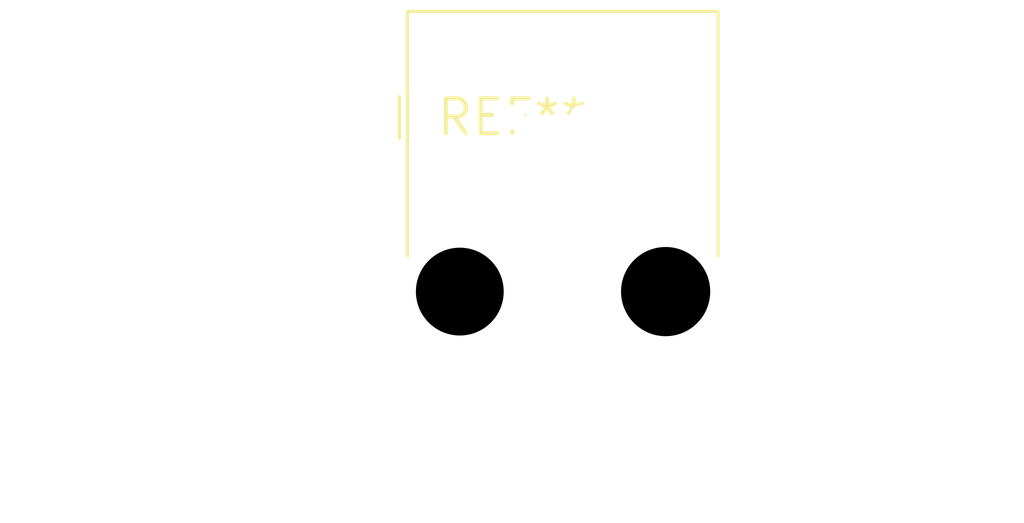
<source format=kicad_pcb>
(kicad_pcb (version 20240108) (generator pcbnew)
  (layers (0 "F.Cu" signal) (31 "B.Cu" signal) (34 "B.Paste" user) (35 "F.Paste" user) (36 "B.SilkS" user "B.Silkscreen") (37 "F.SilkS" user "F.Silkscreen") (38 "B.Mask" user) (39 "F.Mask" user) (44 "Edge.Cuts" user))
  (net 0 "")
  (footprint "RJ9_Evercom_5301-440xxx_Horizontal" (layer "F.Cu") (at 0 0)
    (property "Reference" "REF**")
    (property "Value" "RJ9_Evercom_5301-440xxx_Horizontal")
    (fp_line (start -4.11 0.765) (end -4.11 -0.765) (layer "F.SilkS") (stroke (width 0.12)))
    (fp_line (start -3.82 -3.86) (end 7.5 -3.86) (layer "F.SilkS") (stroke (width 0.12)))
    (fp_line (start -3.82 5.05) (end -3.82 -3.86) (layer "F.SilkS") (stroke (width 0.12)))
    (fp_line (start 7.5 -3.86) (end 7.5 5.05) (layer "F.SilkS") (stroke (width 0.12)))
    (pad "" np_thru_hole circle (at -1.91 6.35) (size 3.25 3.25) (drill 3.2) (layers *.Mask))
    (pad "" np_thru_hole circle (at 5.59 6.35) (size 3.25 3.25) (drill 3.25) (layers *.Mask))
    (pad "1" thru_hole roundrect (at 0 0) (size 1.8 1.8) (drill 0.9) (layers *.Cu *.Mask) (remove_unused_layers) (roundrect_rratio 0.1388888889))
    (pad "2" thru_hole circle (at 1.27 -2.54) (size 1.8 1.8) (drill 0.9) (layers *.Cu *.Mask) (remove_unused_layers))
    (pad "3" thru_hole circle (at 2.54 0) (size 1.8 1.8) (drill 0.9) (layers *.Cu *.Mask) (remove_unused_layers))
    (pad "4" thru_hole circle (at 3.81 -2.54) (size 1.8 1.8) (drill 0.9) (layers *.Cu *.Mask) (remove_unused_layers))
  )
)
</source>
